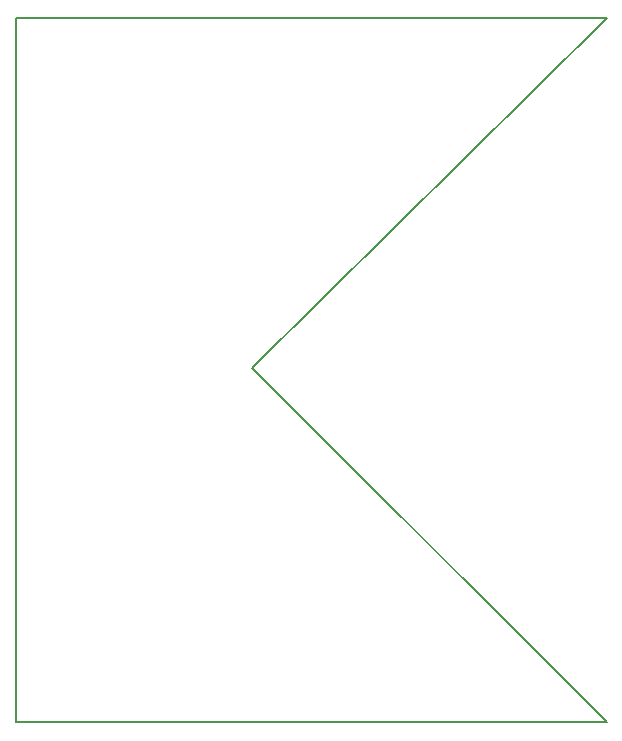
<source format=gbr>
G04 #@! TF.GenerationSoftware,KiCad,Pcbnew,5.0.2-bee76a0~70~ubuntu18.04.1*
G04 #@! TF.CreationDate,2019-02-21T13:05:07+02:00*
G04 #@! TF.ProjectId,tcd-olimex-shield,7463642d-6f6c-4696-9d65-782d73686965,rev?*
G04 #@! TF.SameCoordinates,Original*
G04 #@! TF.FileFunction,Profile,NP*
%FSLAX46Y46*%
G04 Gerber Fmt 4.6, Leading zero omitted, Abs format (unit mm)*
G04 Created by KiCad (PCBNEW 5.0.2-bee76a0~70~ubuntu18.04.1) date N 21 veebr 2019 13:05:07 EET*
%MOMM*%
%LPD*%
G01*
G04 APERTURE LIST*
%ADD10C,0.200000*%
G04 APERTURE END LIST*
D10*

X103000000Y-87579200D02*
X73000000Y-117180300D01*

X73000000Y-117180300D02*
X103000000Y-147180300D01*

X53000000Y-147180300D02*
X103000000Y-147180300D01*

X53000000Y-87579200D02*
X53000000Y-147180300D01*

X53000000Y-87579000D02*
X103000000Y-87579000D01*

M02*

</source>
